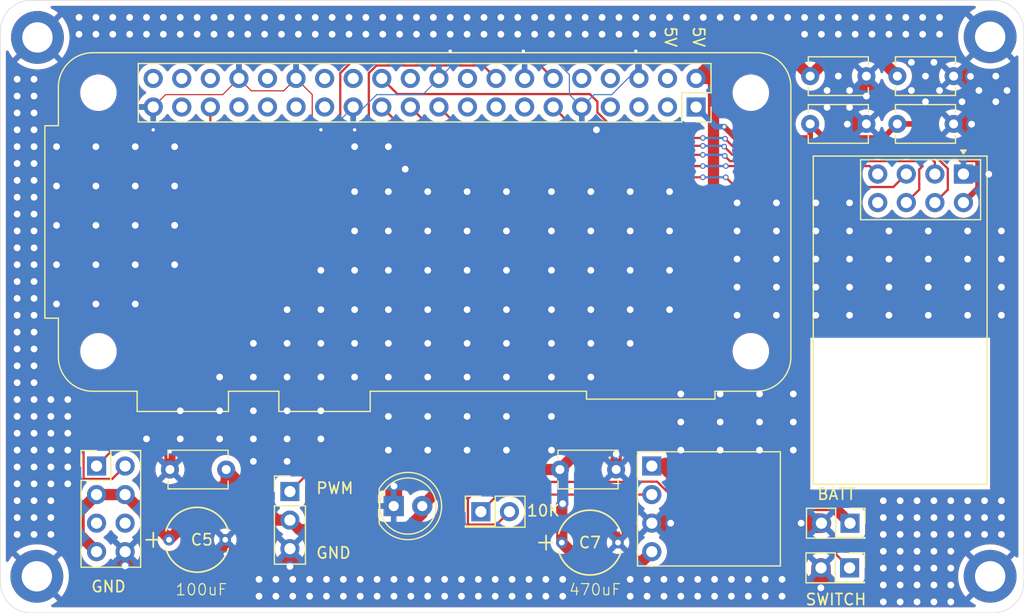
<source format=kicad_pcb>
(kicad_pcb (version 20241229) (generator "pcbnew") (generator_version "9.0")
  (layers (0 "F.Cu" signal) (2 "B.Cu" signal) (13 "F.Paste" user) (15 "B.Paste" user) (5 "F.SilkS" user "F.Silkscreen") (7 "B.SilkS" user "B.Silkscreen") (1 "F.Mask" user) (3 "B.Mask" user) (25 "Edge.Cuts" user))
  (net 0 "")
  (net 1 "GND")
  (net 2 "Net-(J1-Pin_1)")
  (net 3 "5V")
  (net 4 "GPIO23{slash}PWM1")
  (net 12 "GPIO17{slash}CE")
  (net 18 "nRF 3v3_1")
  (net 19 "SPI_CLK{slash}GPIO11")
  (net 20 "GPIO8{slash}CSN")
  (net 27 "SPI_MISO{slash}GPIO9")
  (net 29 "GPIO18{slash}PWM2")
  (net 33 "SPI_MOSI{slash}GPIO10")
  (net 34 "GPIO19{slash}PWM3")
  (net 38 "Net-(J3-SHDN)")
  (net 39 "11.1V")
  (footprint "Connector_PinHeader_2.54mm:PinHeader_2x04_P2.54mm_Vertical" (layer "F.Cu") (at 117.55825 111.41575)
    (property "Reference" "U2" (hide yes))
    (property "Value" "~")
  )
  (footprint "MountingHole:MountingHole_2.7mm_M2.5_DIN965_Pad" (layer "F.Cu") (at 112.25 121.22575)
    (property "Reference" "REF**" (hide yes))
    (property "Value" "MountingHole_2.7mm_M2.5_DIN965_Pad" (hide yes))
  )
  (footprint "Capacitor_THT:C_Disc_D5.1mm_W3.2mm_P5.00mm" (layer "F.Cu") (at 181 76.72575)
    (property "Reference" "C1" (hide yes))
    (property "Value" "0.1uF" (hide yes))
  )
  (footprint "MAL21 cap:CAP_1630101E3_VIS" (layer "F.Cu") (at 158.91675 118.22575)
    (property "Reference" "C7")
    (property "Value" "470uF")
  )
  (footprint "Capacitor_THT:C_Disc_D5.1mm_W3.2mm_P5.00mm" (layer "F.Cu") (at 188.75 80.97575)
    (property "Reference" "C3" (hide yes))
    (property "Value" "10uF" (hide yes))
  )
  (footprint "Connector_PinSocket_2.54mm:PinSocket_2x01_P2.54mm_Vertical" (layer "F.Cu") (at 184.54 116.50075)
    (property "Reference" "J1" (hide yes))
    (property "Value" "batt input" (hide yes))
  )
  (footprint "Module:Raspberry_Pi_Zero_Socketed_THT_FaceDown_MountingHoles" (layer "F.Cu") (at 170.855 79.47075 -90)
    (property "Reference" "U1" (hide yes))
    (property "Value" "RASPBERRY_PI_ZERO_2_W")
  )
  (footprint "Capacitor_THT:C_Disc_D5.1mm_W3.2mm_P5.00mm" (layer "F.Cu") (at 181 80.97575)
    (property "Reference" "C4" (hide yes))
    (property "Value" "0.1uF" (hide yes))
  )
  (footprint "Capacitor_THT:C_Disc_D5.1mm_W3.2mm_P5.00mm" (layer "F.Cu") (at 158.75 111.72575)
    (property "Reference" "C8" (hide yes))
    (property "Value" "0.1uF" (hide yes))
  )
  (footprint "LED_THT:LED_D5.0mm" (layer "F.Cu") (at 143.975 114.97575)
    (property "Reference" "D1" (hide yes))
    (property "Value" "LED")
  )
  (footprint "Capacitor_THT:C_Disc_D5.1mm_W3.2mm_P5.00mm" (layer "F.Cu") (at 188.75 76.72575)
    (property "Reference" "C2" (hide yes))
    (property "Value" "10uF" (hide yes))
  )
  (footprint "MAL21 cap:CAP_1630101E3_VIS" (layer "F.Cu") (at 124 117.97575)
    (property "Reference" "C5")
    (property "Value" "100uF")
  )
  (footprint "Capacitor_THT:C_Disc_D5.1mm_W3.2mm_P5.00mm" (layer "F.Cu") (at 124.08325 111.72575)
    (property "Reference" "C6" (hide yes))
    (property "Value" "0.1uF" (hide yes))
  )
  (footprint "MountingHole:MountingHole_2.7mm_M2.5_DIN965_Pad" (layer "F.Cu") (at 112.305456 73.281206)
    (property "Reference" "REF**" (hide yes))
    (property "Value" "MountingHole_2.7mm_M2.5_DIN965_Pad" (hide yes))
  )
  (footprint "MountingHole:MountingHole_2.7mm_M2.5_DIN965_Pad" (layer "F.Cu") (at 197 121.22575)
    (property "Reference" "REF**" (hide yes))
    (property "Value" "MountingHole_2.7mm_M2.5_DIN965_Pad" (hide yes))
  )
  (footprint "Connector_PinHeader_2.54mm:PinHeader_2x01_P2.54mm_Vertical" (layer "F.Cu") (at 151.725 115.47575)
    (property "Reference" "R1" (hide yes))
    (property "Value" "10k")
  )
  (footprint "Connector_PinHeader_2.54mm:PinHeader_1x03_P2.54mm_Vertical" (layer "F.Cu") (at 134.75 113.68575)
    (property "Reference" "M1" (hide yes))
    (property "Value" "Motor_Servo" (hide yes))
  )
  (footprint "MountingHole:MountingHole_2.7mm_M2.5_DIN965_Pad" (layer "F.Cu") (at 197 73.22575)
    (property "Reference" "REF**" (hide yes))
    (property "Value" "MountingHole_2.7mm_M2.5_DIN965_Pad" (hide yes))
  )
  (footprint "Connector_PinSocket_2.54mm:PinSocket_2x01_P2.54mm_Vertical" (layer "F.Cu") (at 184.5 120.47575)
    (property "Reference" "J2" (hide yes))
    (property "Value" "rockerswitch" (hide yes))
  )
  (footprint "RF_Module:nRF24L01_Breakout" (layer "F.Cu") (at 194.625 85.43625 -90)
    (property "Reference" "U4" (hide yes))
    (property "Value" "NRF24L01_Breakout")
  )
  (footprint "Converter_DCDC:Converter_DCDC_Pololu_D24V5Fx_Horizontal (1)" (layer "F.Cu") (at 166.92 111.41575)
    (property "Reference" "J3" (hide yes))
    (property "Value" "Pololu_D24V5F5" (hide yes))
  )
  (gr_arc (start 109 72.72575) (mid 109.805456 70.781206) (end 111.75 69.97575) (stroke (width 0.05)) (layer "Edge.Cuts"))
  (gr_arc (start 197.25 69.97575) (mid 199.194544 70.781206) (end 200 72.72575) (stroke (width 0.05)) (layer "Edge.Cuts"))
  (gr_line (start 109 121.72575) (end 109 72.72575) (stroke (width 0.05)) (layer "Edge.Cuts"))
  (gr_arc (start 111.75 124.47575) (mid 109.805456 123.670294) (end 109 121.72575) (stroke (width 0.05)) (layer "Edge.Cuts"))
  (gr_line (start 197.25 124.47575) (end 111.75 124.47575) (stroke (width 0.05)) (layer "Edge.Cuts"))
  (gr_line (start 111.75 69.97575) (end 197.25 69.97575) (stroke (width 0.05)) (layer "Edge.Cuts"))
  (gr_arc (start 200 121.72575) (mid 199.194544 123.670294) (end 197.25 124.47575) (stroke (width 0.05)) (layer "Edge.Cuts"))
  (gr_line (start 200 72.72575) (end 200 121.72575) (stroke (width 0.05)) (layer "Edge.Cuts"))
  (gr_text "5V" (at 170.5 72.22575 270) (layer "F.SilkS") (effects (font (size 1 1)) (justify left bottom)))
  (gr_text "GND" (at 117 122.72575 0) (layer "F.SilkS") (effects (font (size 1 1)) (justify left bottom)))
  (gr_text "PWM" (at 137 113.97575 0) (layer "F.SilkS") (effects (font (size 1 1)) (justify left bottom)))
  (gr_text "5V" (at 168 72.22575 270) (layer "F.SilkS") (effects (font (size 1 1)) (justify left bottom)))
  (gr_text "BATT" (at 181.54 114.50075 0) (layer "F.SilkS") (effects (font (size 1 1)) (justify left bottom)))
  (gr_text "SWITCH\n" (at 180.5 123.87575 0) (layer "F.SilkS") (effects (font (size 1 1)) (justify left bottom)))
  (gr_text "100uF" (at 124.5 123 0) (layer "F.SilkS") (effects (font (size 1 1) (thickness 0.1)) (justify left bottom)))
  (gr_text "470uF\n" (at 159.5 123 0) (layer "F.SilkS") (effects (font (size 1 1) (thickness 0.1)) (justify left bottom)))
  (gr_text "10K" (at 155.725 115.97575 0) (layer "F.SilkS") (effects (font (size 1 1)) (justify left bottom)))
  (gr_text "GND" (at 137 119.72575 0) (layer "F.SilkS") (effects (font (size 1 1)) (justify left bottom)))
  (segment (start 140.375 79.47075) (end 140.375 81.375) (width 0.1) (layer "F.Cu") (net 1))
  (segment (start 182 116.50075) (end 180.20075 116.50075) (width 1.75) (layer "F.Cu") (net 1))
  (segment (start 196.449 121.77675) (end 197 121.22575) (width 0.5) (layer "F.Cu") (net 1))
  (segment (start 134.194 78.03175) (end 135.295 76.93075) (width 0.1) (layer "F.Cu") (net 1))
  (segment (start 135.295 76.93075) (end 136.734 78.36975) (width 0.1) (layer "F.Cu") (net 1))
  (segment (start 181.96 120.47575) (end 181.96 122.24) (width 1.75) (layer "F.Cu") (net 1))
  (segment (start 193.75 80.97575) (end 195.32575 80.97575) (width 1.5) (layer "F.Cu") (net 1))
  (segment (start 194.625 85.43625) (end 194.625 85.342114) (width 0.5) (layer "F.Cu") (net 1))
  (segment (start 143.975 114.97575) (end 143.975 113.225) (width 1.5) (layer "F.Cu") (net 1))
  (segment (start 122.595 79.47075) (end 123.696 78.36975) (width 0.1) (layer "F.Cu") (net 1))
  (segment (start 130.215 76.93075) (end 131.316 78.03175) (width 0.1) (layer "F.Cu") (net 1))
  (segment (start 129 117.97575) (end 129 119.25) (width 1) (layer "F.Cu") (net 1))
  (segment (start 120.09825 120.29825) (end 120.1 120.3) (width 1.5) (layer "F.Cu") (net 1))
  (segment (start 112.305456 121.170294) (end 112.25 121.22575) (width 0.5) (layer "F.Cu") (net 1))
  (segment (start 163.91675 117.13325) (end 163.95 117.1) (width 1) (layer "F.Cu") (net 1))
  (segment (start 195.22575 76.72575) (end 195.25 76.75) (width 1.5) (layer "F.Cu") (net 1))
  (segment (start 180.20075 116.50075) (end 180.2 116.5) (width 1.75) (layer "F.Cu") (net 1))
  (segment (start 186 80.97575) (end 184.32425 80.97575) (width 1.5) (layer "F.Cu") (net 1))
  (segment (start 124.08325 110.16675) (end 124.1 110.15) (width 1) (layer "F.Cu") (net 1))
  (segment (start 122.595 81.5) (end 122.595 79.47075) (width 0.1) (layer "F.Cu") (net 1))
  (segment (start 166.92 116.49575) (end 168.59575 116.49575) (width 1.5) (layer "F.Cu") (net 1))
  (segment (start 165.5 76.65575) (end 165.5 74.5) (width 0.1) (layer "F.Cu") (net 1))
  (segment (start 195.32575 80.97575) (end 195.35 81) (width 1.5) (layer "F.Cu") (net 1))
  (segment (start 123.696 78.36975) (end 128.776 78.36975) (width 0.1) (layer "F.Cu") (net 1))
  (segment (start 128.776 78.36975) (end 130.215 76.93075) (width 0.1) (layer "F.Cu") (net 1))
  (segment (start 143.975 113.225) (end 144 113.2) (width 1) (layer "F.Cu") (net 1))
  (segment (start 184.32425 80.97575) (end 184.3 81) (width 1.5) (layer "F.Cu") (net 1))
  (segment (start 136.734 80.734) (end 137.5 81.5) (width 0.1) (layer "F.Cu") (net 1))
  (segment (start 120.09825 119.03575) (end 120.09825 120.29825) (width 1.5) (layer "F.Cu") (net 1))
  (segment (start 131.316 78.03175) (end 134.194 78.03175) (width 0.1) (layer "F.Cu") (net 1))
  (segment (start 129 117.97575) (end 128.75 117.97575) (width 0.5) (layer "F.Cu") (net 1))
  (segment (start 163.75 111.72575) (end 163.75 110.35) (width 1) (layer "F.Cu") (net 1))
  (segment (start 134.75 118.76575) (end 134.75 120.35) (width 1.5) (layer "F.Cu") (net 1))
  (segment (start 124.08325 111.72575) (end 124.08325 110.16675) (width 1) (layer "F.Cu") (net 1))
  (segment (start 181.96 122.24) (end 181.95 122.25) (width 1.75) (layer "F.Cu") (net 1))
  (segment (start 193.75 76.72575) (end 195.22575 76.72575) (width 1.5) (layer "F.Cu") (net 1))
  (segment (start 136.734 78.36975) (end 136.734 80.734) (width 0.1) (layer "F.Cu") (net 1))
  (segment (start 193.75 76.72575) (end 193.75 76.47575) (width 0.5) (layer "F.Cu") (net 1))
  (segment (start 168.59575 116.49575) (end 168.6 116.5) (width 1.5) (layer "F.Cu") (net 1))
  (segment (start 165.775 76.93075) (end 165.5 76.65575) (width 0.1) (layer "F.Cu") (net 1))
  (segment (start 186 76.72575) (end 186 78.5) (width 1.5) (layer "F.Cu") (net 1))
  (segment (start 140.375 81.375) (end 140.5 81.5) (width 0.1) (layer "F.Cu") (net 1))
  (segment (start 163.91675 118.22575) (end 163.91675 117.13325) (width 1) (layer "F.Cu") (net 1))
  (via (at 190 78) (size 1) (drill 0.6) (layers "F.Cu" "B.Cu") (net 1))
  (via (at 187.5 117.5) (size 1) (drill 0.6) (layers "F.Cu" "B.Cu") (net 1))
  (via (at 126.5 71.5) (size 1) (drill 0.6) (layers "F.Cu" "B.Cu") (net 1))
  (via (at 125 71.5) (size 1) (drill 0.6) (layers "F.Cu" "B.Cu") (net 1))
  (via (at 188 71.5) (size 1) (drill 0.6) (layers "F.Cu" "B.Cu") (net 1))
  (via (at 112 110) (size 1) (drill 0.6) (layers "F.Cu" "B.Cu") (net 1))
  (via (at 110.5 77) (size 1) (drill 0.6) (layers "F.Cu" "B.Cu") (net 1))
  (via (at 110.5 105.5) (size 1) (drill 0.6) (layers "F.Cu" "B.Cu") (net 1))
  (via (at 168 121.5) (size 1) (drill 0.6) (layers "F.Cu" "B.Cu") (net 1))
  (via (at 179.5 107.5) (size 1) (drill 0.6) (layers "F.Cu" "B.Cu") (net 1))
  (via (at 147 121.5) (size 1) (drill 0.6) (layers "F.Cu" "B.Cu") (net 1))
  (via (at 138.5 73) (size 1) (drill 0.6) (layers "F.Cu" "B.Cu") (net 1))
  (via (at 178 90.5) (size 1) (drill 0.6) (layers "F.Cu" "B.Cu") (net 1))
  (via (at 135 123) (size 1) (drill 0.6) (layers "F.Cu" "B.Cu") (net 1))
  (via (at 161.5 97.5) (size 1) (drill 0.6) (layers "F.Cu" "B.Cu") (net 1))
  (via (at 197.5 76.72575) (size 1) (drill 0.6) (layers "F.Cu" "B.Cu") (net 1))
  (via (at 149 71.5) (size 1) (drill 0.6) (layers "F.Cu" "B.Cu") (net 1))
  (via (at 110.5 81.5) (size 1) (drill 0.6) (layers "F.Cu" "B.Cu") (net 1))
  (via (at 181.95 122.25) (size 1) (drill 0.6) (layers "F.Cu" "B.Cu") (net 1))
  (via (at 134.5 100.5) (size 1) (drill 0.6) (layers "F.Cu" "B.Cu") (net 1))
  (via (at 140.5 100.5) (size 1) (drill 0.6) (layers "F.Cu" "B.Cu") (net 1))
  (via (at 191.5 98) (size 1) (drill 0.6) (layers "F.Cu" "B.Cu") (net 1))
  (via (at 185 73) (size 1) (drill 0.6) (layers "F.Cu" "B.Cu") (net 1))
  (via (at 173 71.5) (size 1) (drill 0.6) (layers "F.Cu" "B.Cu") (net 1))
  (via (at 113.5 113) (size 1) (drill 0.6) (layers "F.Cu" "B.Cu") (net 1))
  (via (at 187.5 122) (size 1) (drill 0.6) (layers "F.Cu" "B.Cu") (net 1))
  (via (at 112 93.5) (size 1) (drill 0.6) (layers "F.Cu" "B.Cu") (net 1))
  (via (at 164 73) (size 1) (drill 0.6) (layers "F.Cu" "B.Cu") (net 1))
  (via (at 121 93.5) (size 1) (drill 0.6) (layers "F.Cu" "B.Cu") (net 1))
  (via (at 154 110) (size 1) (drill 0.6) (layers "F.Cu" "B.Cu") (net 1))
  (via (at 171.5 71.5) (size 1) (drill 0.6) (layers "F.Cu" "B.Cu") (net 1))
  (via (at 147.5 73) (size 1) (drill 0.6) (layers "F.Cu" "B.Cu") (net 1))
  (via (at 140.5 83) (size 1) (drill 0.6) (layers "F.Cu" "B.Cu") (net 1))
  (via (at 112 99.5) (size 1) (drill 0.6) (layers "F.Cu" "B.Cu") (net 1))
  (via (at 195 90.5) (size 1) (drill 0.6) (layers "F.Cu" "B.Cu") (net 1))
  (via (at 189.5 73) (size 1) (drill 0.6) (layers "F.Cu" "B.Cu") (net 1))
  (via (at 146 71.5) (size 1) (drill 0.6) (layers "F.Cu" "B.Cu") (net 1))
  (via (at 189 117.5) (size 1) (drill 0.6) (layers "F.Cu" "B.Cu") (net 1))
  (via (at 115 105.5) (size 1) (drill 0.6) (layers "F.Cu" "B.Cu") (net 1))
  (via (at 154 90.5) (size 1) (drill 0.6) (layers "F.Cu" "B.Cu") (net 1))
  (via (at 198 114.5) (size 1) (drill 0.6) (layers "F.Cu" "B.Cu") (net 1))
  (via (at 165 90.5) (size 1) (drill 0.6) (layers "F.Cu" "B.Cu") (net 1))
  (via (at 161.5 94) (size 1) (drill 0.6) (layers "F.Cu" "B.Cu") (net 1))
  (via (at 180.2 116.5) (size 1) (drill 0.6) (layers "F.Cu" "B.Cu") (net 1))
  (via (at 134 71.5) (size 1) (drill 0.6) (layers "F.Cu" "B.Cu") (net 1))
  (via (at 128.5 106.5) (size 1) (drill 0.6) (layers "F.Cu" "B.Cu") (net 1))
  (via (at 165 100.5) (size 1) (drill 0.6) (layers "F.Cu" "B.Cu") (net 1))
  (via (at 147 110) (size 1) (drill 0.6) (layers "F.Cu" "B.Cu") (net 1))
  (via (at 174.5 93) (size 1) (drill 0.6) (layers "F.Cu" "B.Cu") (net 1))
  (via (at 176 71.5) (size 1) (drill 0.6) (layers "F.Cu" "B.Cu") (net 1))
  (via (at 110.5 111.5) (size 1) (drill 0.6) (layers "F.Cu" "B.Cu") (net 1))
  (via (at 122 73) (size 1) (drill 0.6) (layers "F.Cu" "B.Cu") (net 1))
  (via (at 155.5 74.5) (size 0.6) (drill 0.3) (layers "F.Cu" "B.Cu") (net 1))
  (via (at 147 90.5) (size 1) (drill 0.6) (layers "F.Cu" "B.Cu") (net 1))
  (via (at 136.5 123) (size 1) (drill 0.6) (layers "F.Cu" "B.Cu") (net 1))
  (via (at 174.5 95.5) (size 1) (drill 0.6) (layers "F.Cu" "B.Cu") (net 1))
  (via (at 183.5 73) (size 1) (drill 0.6) (layers "F.Cu" "B.Cu") (net 1))
  (via (at 158 87) (size 1) (drill 0.6) (layers "F.Cu" "B.Cu") (net 1))
  (via (at 181.5 95.5) (size 1) (drill 0.6) (layers "F.Cu" "B.Cu") (net 1))
  (via (at 194.5 79) (size 1) (drill 0.6) (layers "F.Cu" "B.Cu") (net 1))
  (via (at 117.5 90) (size 1) (drill 0.6) (layers "F.Cu" "B.Cu") (net 1))
  (via (at 161.5 100.5) (size 1) (drill 0.6) (layers "F.Cu" "B.Cu") (net 1))
  (via (at 179 71.5) (size 1) (drill 0.6) (layers "F.Cu" "B.Cu") (net 1))
  (via (at 192 116) (size 1) (drill 0.6) (layers "F.Cu" "B.Cu") (net 1))
  (via (at 198 90.5) (size 1) (drill 0.6) (layers "F.Cu" "B.Cu") (net 1))
  (via (at 112 77) (size 1) (drill 0.6) (layers "F.Cu" "B.Cu") (net 1))
  (via (at 112 114.5) (size 1) (drill 0.6) (layers "F.Cu" "B.Cu") (net 1))
  (via (at 151.5 121.5) (size 1) (drill 0.6) (layers "F.Cu" "B.Cu") (net 1))
  (via (at 110.5 95) (size 1) (drill 0.6) (layers "F.Cu" "B.Cu") (net 1))
  (via (at 112 104) (size 1) (drill 0.6) (layers "F.Cu" "B.Cu") (net 1))
  (via (at 196.5 116) (size 1) (drill 0.6) (layers "F.Cu" "B.Cu") (net 1))
  (via (at 121 90) (size 1) (drill 0.6) (layers "F.Cu" "B.Cu") (net 1))
  (via (at 165 94) (size 1) (drill 0.6) (layers "F.Cu" "B.Cu") (net 1))
  (via (at 169.5 110) (size 1) (drill 0.6) (layers "F.Cu" "B.Cu") (net 1))
  (via (at 150 121.5) (size 1) (drill 0.6) (layers "F.Cu" "B.Cu") (net 1))
  (via (at 112 111.5) (size 1) (drill 0.6) (layers "F.Cu" "B.Cu") (net 1))
  (via (at 114 83) (size 1) (drill 0.6) (layers "F.Cu" "B.Cu") (net 1))
  (via (at 137.5 97.5) (size 1) (drill 0.6) (layers "F.Cu" "B.Cu") (net 1))
  (via (at 122.595 81.5) (size 0.6) (drill 0.3) (layers "F.Cu" "B.Cu") (net 1))
  (via (at 167 73) (size 1) (drill 0.6) (layers "F.Cu" "B.Cu") (net 1))
  (via (at 154 100.5) (size 1) (drill 0.6) (layers "F.Cu" "B.Cu") (net 1))
  (via (at 112 107) (size 1) (drill 0.6) (layers "F.Cu" "B.Cu") (net 1))
  (via (at 158 73) (size 1) (drill 0.6) (layers "F.Cu" "B.Cu") (net 1))
  (via (at 129 119.25) (size 0.6) (drill 0.3) (layers "F.Cu" "B.Cu") (net 1))
  (via (at 148.5 123) (size 1) (drill 0.6) (layers "F.Cu" "B.Cu") (net 1))
  (via (at 120.5 73) (size 1) (drill 0.6) (layers "F.Cu" "B.Cu") (net 1))
  (via (at 189 120.5) (size 1) (drill 0.6) (layers "F.Cu" "B.Cu") (net 1))
  (via (at 129.5 71.5) (size 1) (drill 0.6) (layers "F.Cu" "B.Cu") (net 1))
  (via (at 132.5 73) (size 1) (drill 0.6) (layers "F.Cu" "B.Cu") (net 1))
  (via (at 146 73) (size 1) (drill 0.6) (layers "F.Cu" "B.Cu") (net 1))
  (via (at 115 110) (size 1) (drill 0.6) (layers "F.Cu" "B.Cu") (net 1))
  (via (at 122 71.5) (size 1) (drill 0.6) (layers "F.Cu" "B.Cu") (net 1))
  (via (at 144.5 71.5) (size 1) (drill 0.6) (layers "F.Cu" "B.Cu") (net 1))
  (via (at 168.5 94) (size 1) (drill 0.6) (layers "F.Cu" "B.Cu") (net 1))
  (via (at 113.5 108.5) (size 1) (drill 0.6) (layers "F.Cu" "B.Cu") (net 1))
  (via (at 139.5 121.5) (size 1) (drill 0.6) (layers "F.Cu" "B.Cu") (net 1))
  (via (at 192 122) (size 1) (drill 0.6) (layers "F.Cu" "B.Cu") (net 1))
  (via (at 112 89) (size 1) (drill 0.6) (layers "F.Cu" "B.Cu") (net 1))
  (via (at 198 93) (size 1) (drill 0.6) (layers "F.Cu" "B.Cu") (net 1))
  (via (at 143 71.5) (size 1) (drill 0.6) (layers "F.Cu" "B.Cu") (net 1))
  (via (at 110.5 117.5) (size 1) (drill 0.6) (layers "F.Cu" "B.Cu") (net 1))
  (via (at 131.5 111) (size 1) (drill 0.6) (layers "F.Cu" "B.Cu") (net 1))
  (via (at 112 80) (size 1) (drill 0.6) (layers "F.Cu" "B.Cu") (net 1))
  (via (at 179.5 105) (size 1) (drill 0.6) (layers "F.Cu" "B.Cu") (net 1))
  (via (at 154 94) (size 1) (drill 0.6) (layers "F.Cu" "B.Cu") (net 1))
  (via (at 165.5 74.5) (size 0.6) (drill 0.3) (layers "F.Cu" "B.Cu") (net 1))
  (via (at 182.5 79.5) (size 1) (drill 0.6) (layers "F.Cu" "B.Cu") (net 1))
  (via (at 123.5 71.5) (size 1) (drill 0.6) (layers "F.Cu" "B.Cu") (net 1))
  (via (at 182 73) (size 1) (drill 0.6) (layers "F.Cu" "B.Cu") (net 1))
  (via (at 112 78.5) (size 1) (drill 0.6) (layers "F.Cu" "B.Cu") (net 1))
  (via (at 189 119) (size 1) (drill 0.6) (layers "F.Cu" "B.Cu") (net 1))
  (via (at 184.5 79.5) (size 1) (drill 0.6) (layers "F.Cu" "B.Cu") (net 1))
  (via (at 196.5 117.5) (size 1) (drill 0.6) (layers "F.Cu" "B.Cu") (net 1))
  (via (at 174.5 71.5) (size 1) (drill 0.6) (layers "F.Cu" "B.Cu") (net 1))
  (via (at 158 97.5) (size 1) (drill 0.6) (layers "F.Cu" "B.Cu") (net 1))
  (via (at 121 83) (size 1) (drill 0.6) (layers "F.Cu" "B.Cu") (net 1))
  (via (at 162.5 73) (size 1) (drill 0.6) (layers "F.Cu" "B.Cu") (net 1))
  (via (at 161.5 87) (size 1) (drill 0.6) (layers "F.Cu" "B.Cu") (net 1))
  (via (at 181.5 93) (size 1) (drill 0.6) (layers "F.Cu" "B.Cu") (net 1))
  (via (at 189 114.5) (size 1) (drill 0.6) (layers "F.Cu" "B.Cu") (net 1))
  (via (at 191 71.5) (size 1) (drill 0.6) (layers "F.Cu" "B.Cu") (net 1))
  (via (at 157.5 123) (size 1) (drill 0.6) (layers "F.Cu" "B.Cu") (net 1))
  (via (at 148.5 121.5) (size 1) (drill 0.6) (layers "F.Cu" "B.Cu") (net 1))
  (via (at 113.5 107) (size 1) (drill 0.6) (layers "F.Cu" "B.Cu") (net 1))
  (via (at 110.5 107) (size 1) (drill 0.6) (layers "F.Cu" "B.Cu") (net 1))
  (via (at 137.5 100.5) (size 1) (drill 0.6) (layers "F.Cu" "B.Cu") (net 1))
  (via (at 110.5 83) (size 1) (drill 0.6) (layers "F.Cu" "B.Cu") (net 1))
  (via (at 163.95 117.1) (size 0.6) (drill 0.3) (layers "F.Cu" "B.Cu") (net 1))
  (via (at 110.5 87.5) (size 1) (drill 0.6) (layers "F.Cu" "B.Cu") (net 1))
  (via (at 120.5 71.5) (size 1) (drill 0.6) (layers "F.Cu" "B.Cu") (net 1))
  (via (at 140 71.5) (size 1) (drill 0.6) (layers "F.Cu" "B.Cu") (net 1))
  (via (at 147 94) (size 1) (drill 0.6) (layers "F.Cu" "B.Cu") (net 1))
  (via (at 165.5 73) (size 1) (drill 0.6) (layers "F.Cu" "B.Cu") (net 1))
  (via (at 176.5 107.5) (size 1) (drill 0.6) (layers "F.Cu" "B.Cu") (net 1))
  (via (at 167 71.5) (size 1) (drill 0.6) (layers "F.Cu" "B.Cu") (net 1))
  (via (at 171 121.5) (size 1) (drill 0.6) (layers "F.Cu" "B.Cu") (net 1))
  (via (at 121 97) (size 1) (drill 0.6) (layers "F.Cu" "B.Cu") (net 1))
  (via (at 117.5 93.5) (size 1) (drill 0.6) (layers "F.Cu" "B.Cu") (net 1))
  (via (at 149 74.5) (size 0.6) (drill 0.3) (layers "F.Cu" "B.Cu") (net 1))
  (via (at 192.5 78) (size 1) (drill 0.6) (layers "F.Cu" "B.Cu") (net 1))
  (via (at 184.5 78) (size 1) (drill 0.6) (layers "F.Cu" "B.Cu") (net 1))
  (via (at 193.5 119) (size 1) (drill 0.6) (layers "F.Cu" "B.Cu") (net 1))
  (via (at 153.5 73) (size 1) (drill 0.6) (layers "F.Cu" "B.Cu") (net 1))
  (via (at 110.5 104) (size 1) (drill 0.6) (layers "F.Cu" "B.Cu") (net 1))
  (via (at 182.5 78) (size 1) (drill 0.6) (layers "F.Cu" "B.Cu") (net 1))
  (via (at 150.5 97.5) (size 1) (drill 0.6) (layers "F.Cu" "B.Cu") (net 1))
  (via (at 185 71.5) (size 1) (drill 0.6) (layers "F.Cu" "B.Cu") (net 1))
  (via (at 190.5 122) (size 1) (drill 0.6) (layers "F.Cu" "B.Cu") (net 1))
  (via (at 139.5 123) (size 1) (drill 0.6) (layers "F.Cu" "B.Cu") (net 1))
  (via (at 179.5 110) (size 1) (drill 0.6) (layers "F.Cu" "B.Cu") (net 1))
  (via (at 195 95.5) (size 1) (drill 0.6) (layers "F.Cu" "B.Cu") (net 1))
  (via (at 147 107) (size 1) (drill 0.6) (layers "F.Cu" "B.Cu") (net 1))
  (via (at 134.5 97.5) (size 1) (drill 0.6) (layers "F.Cu" "B.Cu") (net 1))
  (via (at 152 73) (size 1) (drill 0.6) (layers "F.Cu" "B.Cu") (net 1))
  (via (at 116 71.5) (size 1) (drill 0.6) (layers "F.Cu" "B.Cu") (net 1))
  (via (at 193.5 123.5) (size 1) (drill 0.6) (layers "F.Cu" "B.Cu") (net 1))
  (via (at 141.5 71.5) (size 1) (drill 0.6) (layers "F.Cu" "B.Cu") (net 1))
  (via (at 143.5 94) (size 1) (drill 0.6) (layers "F.Cu" "B.Cu") (net 1))
  (via (at 140.5 87) (size 1) (drill 0.6) (layers "F.Cu" "B.Cu") (net 1))
  (via (at 158 94) (size 1) (drill 0.6) (layers "F.Cu" "B.Cu") (net 1))
  (via (at 150.5 107) (size 1) (drill 0.6) (layers "F.Cu" "B.Cu") (net 1))
  (via (at 138.5 71.5) (size 1) (drill 0.6) (layers "F.Cu" "B.Cu") (net 1))
  (via (at 178.5 121.5) (size 1) (drill 0.6) (layers "F.Cu" "B.Cu") (net 1))
  (via (at 195 117.5) (size 1) (drill 0.6) (layers "F.Cu" "B.Cu") (net 1))
  (via (at 188 95.5) (size 1) (drill 0.6) (layers "F.Cu" "B.Cu") (net 1))
  (via (at 143.5 100.5) (size 1) (drill 0.6) (layers "F.Cu" "B.Cu") (net 1))
  (via (at 190.5 116) (size 1) (drill 0.6) (layers "F.Cu" "B.Cu") (net 1))
  (via (at 191.25 76.72575) (size 1) (drill 0.6) (layers "F.Cu" "B.Cu") (net 1))
  (via (at 184.5 98) (size 1) (drill 0.6) (layers "F.Cu" "B.Cu") (net 1))
  (via (at 113.5 110) (size 1) (drill 0.6) (layers "F.Cu" "B.Cu") (net 1))
  (via (at 193.5 122) (size 1) (drill 0.6) (layers "F.Cu" "B.Cu") (net 1))
  (via (at 143 73) (size 1) (drill 0.6) (layers "F.Cu" "B.Cu") (net 1))
  (via (at 140.5 97.5) (size 1) (drill 0.6) (layers "F.Cu" "B.Cu") (net 1))
  (via (at 145 85) (size 1) (drill 0.6) (layers "F.Cu" "B.Cu") (net 1))
  (via (at 161 71.5) (size 1) (drill 0.6) (layers "F.Cu" "B.Cu") (net 1))
  (via (at 165 123) (size 1) (drill 0.6) (layers "F.Cu" "B.Cu") (net 1))
  (via (at 192 117.5) (size 1) (drill 0.6) (layers "F.Cu" "B.Cu") (net 1))
  (via (at 110.5 113) (size 1) (drill 0.6) (layers "F.Cu" "B.Cu") (net 1))
  (via (at 128 71.5) (size 1) (drill 0.6) (layers "F.Cu" "B.Cu") (net 1))
  (via (at 137.5 94) (size 1) (drill 0.6) (layers "F.Cu" "B.Cu") (net 1))
  (via (at 193.5 116) (size 1) (drill 0.6) (layers "F.Cu" "B.Cu") (net 1))
  (via (at 117.5 71.5) (size 1) (drill 0.6) (layers "F.Cu" "B.Cu") (net 1))
  (via (at 143.5 97.5) (size 1) (drill 0.6) (layers "F.Cu" "B.Cu") (net 1))
  (via (at 112 95) (size 1) (drill 0.6) (layers "F.Cu" "B.Cu") (net 1))
  (via (at 112 105.5) (size 1) (drill 0.6) (layers "F.Cu" "B.Cu") (net 1))
  (via (at 189 122) (size 1) (drill 0.6) (layers "F.Cu" "B.Cu") (net 1))
  (via (at 133.5 121.5) (size 1) (drill 0.6) (layers "F.Cu" "B.Cu") (net 1))
  (via (at 187.5 120.5) (size 1) (drill 0.6) (layers "F.Cu" "B.Cu") (net 1))
  (via (at 113.5 116) (size 1) (drill 0.6) (layers "F.Cu" "B.Cu") (net 1))
  (via (at 112 102.5) (size 1) (drill 0.6) (layers "F.Cu" "B.Cu") (net 1))
  (via (at 134.75 120.35) (size 1) (drill 0.6) (layers "F.Cu" "B.Cu") (net 1))
  (via (at 158 90.5) (size 1) (drill 0.6) (layers "F.Cu" "B.Cu") (net 1))
  (via (at 114 90) (size 1) (drill 0.6) (layers "F.Cu" "B.Cu") (net 1))
  (via (at 183.5 76.72575) (size 1) (drill 0.6) (layers "F.Cu" "B.Cu") (net 1))
  (via (at 169.5 121.5) (size 1) (drill 0.6) (layers "F.Cu" "B.Cu") (net 1))
  (via (at 150 123) (size 1) (drill 0.6) (layers "F.Cu" "B.Cu") (net 1))
  (via (at 190.5 117.5) (size 1) (drill 0.6) (layers "F.Cu" "B.Cu") (net 1))
  (via (at 112 116) (size 1) (drill 0.6) (layers "F.Cu" "B.Cu") (net 1))
  (via (at 165.5 71.5) (size 1) (drill 0.6) (layers "F.Cu" "B.Cu") (net 1))
  (via (at 161.5 103.5) (size 1) (drill 0.6) (layers "F.Cu" "B.Cu") (net 1))
  (via (at 114 93.5) (size 1) (drill 0.6) (layers "F.Cu" "B.Cu") (net 1))
  (via (at 150.5 94) (size 1) (drill 0.6) (layers "F.Cu" "B.Cu") (net 1))
  (via (at 173 105) (size 1) (drill 0.6) (layers "F.Cu" "B.Cu") (net 1))
  (via (at 198 98) (size 1) (drill 0.6) (layers "F.Cu" "B.Cu") (net 1))
  (via (at 155 71.5) (size 1) (drill 0.6) (layers "F.Cu" "B.Cu") (net 1))
  (via (at 174.5 98) (size 1) (drill 0.6) (layers "F.Cu" "B.Cu") (net 1))
  (via (at 113.5 111.5) (size 1) (drill 0.6) (layers "F.Cu" "B.Cu") (net 1))
  (via (at 145.5 123) (size 1) (drill 0.6) (layers "F.Cu" "B.Cu") (net 1))
  (via (at 147 100.5) (size 1) (drill 0.6) (layers "F.Cu" "B.Cu") (net 1))
  (via (at 124.5 93.5) (size 1) (drill 0.6) (layers "F.Cu" "B.Cu") (net 1))
  (via (at 110.5 78.5) (size 1) (drill 0.6) (layers "F.Cu" "B.Cu") (net 1))
  (via (at 177 123) (size 1) (drill 0.6) (layers "F.Cu" "B.Cu") (net 1))
  (via (at 186.5 71.5) (size 1) (drill 0.6) (layers "F.Cu" "B.Cu") (net 1))
  (via (at 119 73) (size 1) (drill 0.6) (layers "F.Cu" "B.Cu") (net 1))
  (via (at 116 73) (size 1) (drill 0.6) (layers "F.Cu" "B.Cu") (net 1))
  (via (at 154.5 121.5) (size 1) (drill 0.6) (layers "F.Cu" "B.Cu") (net 1))
  (via (at 110.5 101) (size 1) (drill 0.6) (layers "F.Cu" "B.Cu") (net 1))
  (via (at 150.5 71.5) (size 1) (drill 0.6) (layers "F.Cu" "B.Cu") (net 1))
  (via (at 192 119) (size 1) (drill 0.6) (layers "F.Cu" "B.Cu") (net 1))
  (via (at 152 71.5) (size 1) (drill 0.6) (layers "F.Cu" "B.Cu") (net 1))
  (via (at 168.5 97.5) (size 1) (drill 0.6) (layers "F.Cu" "B.Cu") (net 1))
  (via (at 119 71.5) (size 1) (drill 0.6) (layers "F.Cu" "B.Cu") (net 1))
  (via (at 178 98) (size 1) (drill 0.6) (layers "F.Cu" "B.Cu") (net 1))
  (via (at 110.5 108.5) (size 1) (drill 0.6) (layers "F.Cu" "B.Cu") (net 1))
  (via (at 196.5 114.5) (size 1) (drill 0.6) (layers "F.Cu" "B.Cu") (net 1))
  (via (at 141 121.5) (size 1) (drill 0.6) (layers "F.Cu" "B.Cu") (net 1))
  (via (at 110.5 86) (size 1) (drill 0.6) (layers "F.Cu" "B.Cu") (net 1))
  (via (at 177.5 71.5) (size 1) (drill 0.6) (layers "F.Cu" "B.Cu") (net 1))
  (via (at 135.5 73) (size 1) (drill 0.6) (layers "F.Cu" "B.Cu") (net 1))
  (via (at 150.5 87) (size 1) (drill 0.6) (layers "F.Cu" "B.Cu") (net 1))
  (via (at 112 90.5) (size 1) (drill 0.6) (layers "F.Cu" "B.Cu") (net 1))
  (via (at 140.5 90.5) (size 1) (drill 0.6) (layers "F.Cu" "B.Cu") (net 1))
  (via (at 195 114.5) (size 1) (drill 0.6) (layers "F.Cu" "B.Cu") (net 1))
  (via (at 110.5 102.5) (size 1) (drill 0.6) (layers "F.Cu" "B.Cu") (net 1))
  (via (at 147 87) (size 1) (drill 0.6) (layers "F.Cu" "B.Cu") (net 1))
  (via (at 142.5 121.5) (size 1) (drill 0.6) (layers "F.Cu" "B.Cu") (net 1))
  (via (at 192.5 73) (size 1) (drill 0.6) (layers "F.Cu" "B.Cu") (net 1))
  (via (at 110.5 92) (size 1) (drill 0.6) (layers "F.Cu" "B.Cu") (net 1))
  (via (at 147 97.5) (size 1) (drill 0.6) (layers "F.Cu" "B.Cu") (net 1))
  (via (at 154.5 123) (size 1) (drill 0.6) (layers "F.Cu" "B.Cu") (net 1))
  (via (at 150.5 73) (size 1) (drill 0.6) (layers "F.Cu" "B.Cu") (net 1))
  (via (at 124.5 83) (size 1) (drill 0.6) (layers "F.Cu" "B.Cu") (net 1))
  (via (at 158 100.5) (size 1) (drill 0.6) (layers "F.Cu" "B.Cu") (net 1))
  (via (at 121 86.5) (size 1) (drill 0.6) (layers "F.Cu" "B.Cu") (net 1))
  (via (at 112 86) (size 1) (drill 0.6) (layers "F.Cu" "B.Cu") (net 1))
  (via (at 113.5 117.5) (size 1) (drill 0.6) (layers "F.Cu" "B.Cu") (net 1))
  (via (at 174.5 90.5) (size 1) (drill 0.6) (layers "F.Cu" "B.Cu") (net 1))
  (via (at 136.5 121.5) (size 1) (drill 0.6) (layers "F.Cu" "B.Cu") (net 1))
  (via (at 186 78.5) (size 1) (drill 0.6) (layers "F.Cu" "B.Cu") (net 1))
  (via (at 120.1 120.3) (size 1) (drill 0.6) (layers "F.Cu" "B.Cu") (net 1))
  (via (at 113.5 114.5) (size 1) (drill 0.6) (layers "F.Cu" "B.Cu") (net 1))
  (via (at 110.5 93.5) (size 1) (drill 0.6) (layers "F.Cu" "B.Cu") (net 1))
  (via (at 157.5 121.5) (size 1) (drill 0.6) (layers "F.Cu" "B.Cu") (net 1))
  (via (at 168 123) (size 1) (drill 0.6) (layers "F.Cu" "B.Cu") (net 1))
  (via (at 124.5 90) (size 1) (drill 0.6) (layers "F.Cu" "B.Cu") (net 1))
  (via (at 190.5 114.5) (size 1) (drill 0.6) (layers "F.Cu" "B.Cu") (net 1))
  (via (at 143.5 107) (size 1) (drill 0.6) (layers "F.Cu" "B.Cu") (net 1))
  (via (at 114 86.5) (size 1) (drill 0.6) (layers "F.Cu" "B.Cu") (net 1))
  (via (at 110.5 80) (size 1) (drill 0.6) (layers "F.Cu" "B.Cu") (net 1))
  (via (at 198 116) (size 1) (drill 0.6) (layers "F.Cu" "B.Cu") (net 1))
  (via (at 168.5 87) (size 1) (drill 0.6) (layers "F.Cu" "B.Cu") (net 1))
  (via (at 174.5 88) (size 1) (drill 0.6) (layers "F.Cu" "B.Cu") (net 1))
  (via (at 150.5 100.5) (size 1) (drill 0.6) (layers "F.Cu" "B.Cu") (net 1))
  (via (at 158 103.5) (size 1) (drill 0.6) (layers "F.Cu" "B.Cu") (net 1))
  (via (at 165 121.5) (size 1) (drill 0.6) (layers "F.Cu" "B.Cu") (net 1))
  (via (at 153.5 71.5) (size 1) (drill 0.6) (layers "F.Cu" "B.Cu") (net 1))
  (via (at 166.5 123) (size 1) (drill 0.6) (layers "F.Cu" "B.Cu") (net 1))
  (via (at 122 109) (size 1) (drill 0.6) (layers "F.Cu" "B.Cu") (net 1))
  (via (at 190.5 120.5) (size 1) (drill 0.6) (layers "F.Cu" "B.Cu") (net 1))
  (via (at 149 73) (size 1) (drill 0.6) (layers "F.Cu" "B.Cu") (net 1))
  (via (at 173 110) (size 1) (drill 0.6) (layers "F.Cu" "B.Cu") (net 1))
  (via (at 131.5 106.5) (size 1) (drill 0.6) (layers "F.Cu" "B.Cu") (net 1))
  (via (at 124.1 110.15) (size 0.6) (drill 0.3) (layers "F.Cu" "B.Cu") (net 1))
  (via (at 143.5 87) (size 1) (drill 0.6) (layers "F.Cu" "B.Cu") (net 1))
  (via (at 161.5 90.5) (size 1) (drill 0.6) (layers "F.Cu" "B.Cu") (net 1))
  (via (at 191.5 93) (size 1) (drill 0.6) (layers "F.Cu" "B.Cu") (net 1))
  (via (at 135 121.5) (size 1) (drill 0.6) (layers "F.Cu" "B.Cu") (net 1))
  (via (at 168.6 116.5) (size 1) (drill 0.6) (layers "F.Cu" "B.Cu") (net 1))
  (via (at 188 93) (size 1) (drill 0.6) (layers "F.Cu" "B.Cu") (net 1))
  (via (at 143.5 83) (size 1) (drill 0.6) (layers "F.Cu" "B.Cu") (net 1))
  (via (at 147 123) (size 1) (drill 0.6) (layers "F.Cu" "B.Cu") (net 1))
  (via (at 188 90.5) (size 1) (drill 0.6) (layers "F.Cu" "B.Cu") (net 1))
  (via (at 123.5 73) (size 1) (drill 0.6) (layers "F.Cu" "B.Cu") (net 1))
  (via (at 153 123) (size 1) (drill 0.6) (layers "F.Cu" "B.Cu") (net 1))
  (via (at 159.5 73) (size 1) (drill 0.6) (layers "F.Cu" "B.Cu") (net 1))
  (via (at 173 107.5) (size 1) (drill 0.6) (layers "F.Cu" "B.Cu") (net 1))
  (via (at 195.25 76.75) (size 1) (drill 0.6) (layers "F.Cu" "B.Cu") (net 1))
  (via (at 184.3 81) (size 1) (drill 0.6) (layers "F.Cu" "B.Cu") (net 1))
  (via (at 195 93) (size 1) (drill 0.6) (layers "F.Cu" "B.Cu") (net 1))
  (via (at 110.5 96.5) (size 1) (drill 0.6) (layers "F.Cu" "B.Cu") (net 1))
  (via (at 128.5 109) (size 1) (drill 0.6) (layers "F.Cu" "B.Cu") (net 1))
  (via (at 191.25 79) (size 1) (drill 0.6) (layers "F.Cu" "B.Cu") (net 1))
  (via (at 141.5 73) (size 1) (drill 0.6) (layers "F.Cu" "B.Cu") (net 1))
  (via (at 159 121.5) (size 1) (drill 0.6) (layers "F.Cu" "B.Cu") (net 1))
  (via (at 112 108.5) (size 1) (drill 0.6) (layers "F.Cu" "B.Cu") (net 1))
  (via (at 154 107) (size 1) (drill 0.6) (layers "F.Cu" "B.Cu") (net 1))
  (via (at 134 73) (size 1) (drill 0.6) (layers "F.Cu" "B.Cu") (net 1))
  (via (at 163.75 110.35) (size 1) (drill 0.6) (layers "F.Cu" "B.Cu") (net 1))
  (via (at 140.5 103.5) (size 1) (drill 0.6) (layers "F.Cu" "B.Cu") (net 1))
  (via (at 117.5 97) (size 1) (drill 0.6) (layers "F.Cu" "B.Cu") (net 1))
  (via (at 184.5 95.5) (size 1) (drill 0.6) (layers "F.Cu" "B.Cu") (net 1))
  (via (at 159 123) (size 1) (drill 0.6) (layers "F.Cu" "B.Cu") (net 1))
  (via (at 190 75.5) (size 1) (drill 0.6) (layers "F.Cu" "B.Cu") (net 1))
  (via (at 155 73) (size 1) (drill 0.6) (layers "F.Cu" "B.Cu") (net 1))
  (via (at 110.5 90.5) (size 1) (drill 0.6) (layers "F.Cu" "B.Cu") (net 1))
  (via (at 131 73) (size 1) (drill 0.6) (layers "F.Cu" "B.Cu") (net 1))
  (via (at 198 95.5) (size 1) (drill 0.6) (layers "F.Cu" "B.Cu") (net 1))
  (via (at 114 97) (size 1) (drill 0.6) (layers "F.Cu" "B.Cu") (net 1))
  (via (at 144.5 73) (size 1) (drill 0.6) (layers "F.Cu" "B.Cu") (net 1))
  (via (at 181.5 88) (size 1) (drill 0.6) (layers "F.Cu" "B.Cu") (net 1))
  (via (at 113.5 105.5) (size 1) (drill 0.6) (layers "F.Cu" "B.Cu") (net 1))
  (via (at 117.5 83) (size 1) (drill 0.6) (layers "F.Cu" "B.Cu") (net 1))
  (via (at 191.5 90.5) (size 1) (drill 0.6) (layers "F.Cu" "B.Cu") (net 1))
  (via (at 187.5 123.5) (size 1) (drill 0.6) (layers "F.Cu" "B.Cu") (net 1))
  (via (at 134.5 106.5) (size 1) (drill 0.6) (layers "F.Cu" "B.Cu") (net 1))
  (via (at 138 123) (size 1) (drill 0.6) (layers "F.Cu" "B.Cu") (net 1))
  (via (at 165 87) (size 1) (drill 0.6) (layers "F.Cu" "B.Cu") (net 1))
  (via (at 112 117.5) (size 1) (drill 0.6) (layers "F.Cu" "B.Cu") (net 1))
  (via (at 154 87) (size 1) (drill 0.6) (layers "F.Cu" "B.Cu") (net 1))
  (via (at 195.35 81) (size 1) (drill 0.6) (layers "F.Cu" "B.Cu") (net 1))
  (via (at 115 113) (size 1) (drill 0.6) (layers "F.Cu" "B.Cu") (net 1))
  (via (at 183.5 71.5) (size 1) (drill 0.6) (layers "F.Cu" "B.Cu") (net 1))
  (via (at 134.5 103.5) (size 1) (drill 0.6) (layers "F.Cu" "B.Cu") (net 1))
  (via (at 166.5 121.5) (size 1) (drill 0.6) (layers "F.Cu" "B.Cu") (net 1))
  (via (at 169.5 107.5) (size 1) (drill 0.6) (layers "F.Cu" "B.Cu") (net 1))
  (via (at 189 123.5) (size 1) (drill 0.6) (layers "F.Cu" "B.Cu") (net 1))
  (via (at 158 107) (size 1) (drill 0.6) (layers "F.Cu" "B.Cu") (net 1))
  (via (at 143.5 103.5) (size 1) (drill 0.6) (layers "F.Cu" "B.Cu") (net 1))
  (via (at 156.5 73) (size 1) (drill 0.6) (layers "F.Cu" "B.Cu") (net 1))
  (via (at 168.5 71.5) (size 1) (drill 0.6) (layers "F.Cu" "B.Cu") (net 1))
  (via (at 132 123) (size 1) (drill 0.6) (layers "F.Cu" "B.Cu") (net 1))
  (via (at 117.5 73) (size 1) (drill 0.6) (layers "F.Cu" "B.Cu") (net 1))
  (via (at 188 98) (size 1) (drill 0.6) (layers "F.Cu" "B.Cu") (net 1))
  (via (at 174 123) (size 1) (drill 0.6) (layers "F.Cu" "B.Cu") (net 1))
  (via (at 158 110) (size 1) (drill 0.6) (layers "F.Cu" "B.Cu") (net 1))
  (via (at 184.5 90.5) (size 1) (drill 0.6) (layers "F.Cu" "B.Cu") (net 1))
  (via (at 198.5 78) (size 1) (drill 0.6) (layers "F.Cu" "B.Cu") (net 1))
  (via (at 169.5 123) (size 1) (drill 0.6) (layers "F.Cu" "B.Cu") (net 1))
  (via (at 137.5 109) (size 1) (drill 0.6) (layers "F.Cu" "B.Cu") (net 1))
  (via (at 181.5 98) (size 1) (drill 0.6) (layers "F.Cu" "B.Cu") (net 1))
  (via (at 189.5 71.5) (size 1) (drill 0.6) (layers "F.Cu" "B.Cu") (net 1))
  (via (at 124.5 86.5) (size 1) (drill 0.6) (layers "F.Cu" "B.Cu") (net 1))
  (via (at 117.5 86.5) (size 1) (drill 0.6) (layers "F.Cu" "B.Cu") (net 1))
  (via (at 112 84.5) (size 1) (drill 0.6) (layers "F.Cu" "B.Cu") (net 1))
  (via (at 193.5 120.5) (size 1) (drill 0.6) (layers "F.Cu" "B.Cu") (net 1))
  (via (at 134.5 111) (size 1) (drill 0.6) (layers "F.Cu" "B.Cu") (net 1))
  (via (at 172.5 123) (size 1) (drill 0.6) (layers "F.Cu" "B.Cu") (net 1))
  (via (at 132 121.5) (size 1) (drill 0.6) (layers "F.Cu" "B.Cu") (net 1))
  (via (at 181.5 90.5) (size 1) (drill 0.6) (layers "F.Cu" "B.Cu") (net 1))
  (via (at 178 88) (size 1) (drill 0.6) (layers "F.Cu" "B.Cu") (net 1))
  (via (at 131.5 109) (size 1) (drill 0.6) (layers "F.Cu" "B.Cu") (net 1))
  (via (at 170 71.5) (size 1) (drill 0.6) (layers "F.Cu" "B.Cu") (net 1))
  (via (at 110.5 99.5) (size 1) (drill 0.6) (layers "F.Cu" "B.Cu") (net 1))
  (via (at 184.5 88) (size 1) (drill 0.6) (layers "F.Cu" "B.Cu") (net 1))
  (via (at 197.5 79) (size 1) (drill 0.6) (layers "F.Cu" "B.Cu") (net 1))
  (via (at 195 116) (size 1) (drill 0.6) (layers "F.Cu" "B.Cu") (net 1))
  (via (at 172.5 121.5) (size 1) (drill 0.6) (layers "F.Cu" "B.Cu") (net 1))
  (via (at 175.5 121.5) (size 1) (drill 0.6) (layers "F.Cu" "B.Cu") (net 1))
  (via (at 129.5 73) (size 1) (drill 0.6) (layers "F.Cu" "B.Cu") (net 1))
  (via (at 147.5 71.5) (size 1) (drill 0.6) (layers "F.Cu" "B.Cu") (net 1))
  (via (at 186.5 73) (size 1) (drill 0.6) (layers "F.Cu" "B.Cu") (net 1))
  (via (at 150.5 110) (size 1) (drill 0.6) (layers "F.Cu" "B.Cu") (net 1))
  (via (at 125 109) (size 1) (drill 0.6) (layers "F.Cu" "B.Cu") (net 1))
  (via (at 110.5 89) (size 1) (drill 0.6) (layers "F.Cu" "B.Cu") (net 1))
  (via (at 143.5 110) (size 1) (drill 0.6) (layers "F.Cu" "B.Cu") (net 1))
  (via (at 142.5 123) (size 1) (drill 0.6) (layers "F.Cu" "B.Cu") (net 1))
  (via (at 190.5 119) (size 1) (drill 0.6) (layers "F.Cu" "B.Cu") (net 1))
  (via (at 128 73) (size 1) (drill 0.6) (layers "F.Cu" "B.Cu") (net 1))
  (via (at 112 92) (size 1) (drill 0.6) (layers "F.Cu" "B.Cu") (net 1))
  (via (at 164 71.5) (size 1) (drill 0.6) (layers "F.Cu" "B.Cu") (net 1))
  (via (at 128.5 103.5) (size 1) (drill 0.6) (layers "F.Cu" "B.Cu") (net 1))
  (via (at 187.5 114.5) (size 1) (drill 0.6) (layers "F.Cu" "B.Cu") (net 1))
  (via (at 192 120.5) (size 1) (drill 0.6) (layers "F.Cu" "B.Cu") (net 1))
  (via (at 112 113) (size 1) (drill 0.6) (layers "F.Cu" "B.Cu") (net 1))
  (via (at 110.5 110) (size 1) (drill 0.6) (layers "F.Cu" "B.Cu") (net 1))
  (via (at 178.5 123) (size 1) (drill 0.6) (layers "F.Cu" "B.Cu") (net 1))
  (via (at 189 116) (size 1) (drill 0.6) (layers "F.Cu" "B.Cu") (net 1))
  (via (at 191.5 95.5) (size 1) (drill 0.6) (layers "F.Cu" "B.Cu") (net 1))
  (via (at 198 117.5) (size 1) (drill 0.6) (layers "F.Cu" "B.Cu") (net 1))
  (via (at 191 73) (size 1) (drill 0.6) (layers "F.Cu" "B.Cu") (net 1))
  (via (at 112 101) (size 1) (drill 0.6) (layers "F.Cu" "B.Cu") (net 1))
  (via (at 140.5 81.5) (size 0.6) (drill 0.3) (layers "F.Cu" "B.Cu") (net 1))
  (via (at 137 73) (size 1) (drill 0.6) (layers "F.Cu" "B.Cu") (net 1))
  (via (at 184.5 93) (size 1) (drill 0.6) (layers "F.Cu" "B.Cu") (net 1))
  (via (at 140 73) (size 1) (drill 0.6) (layers "F.Cu" "B.Cu") (net 1))
  (via (at 162.5 71.5) (size 1) (drill 0.6) (layers "F.Cu" "B.Cu") (net 1))
  (via (at 168.5 90.5) (size 1) (drill 0.6) (layers "F.Cu" "B.Cu") (net 1))
  (via (at 195 98) (size 1) (drill 0.6) (layers "F.Cu" "B.Cu") (net 1))
  (via (at 192 114.5) (size 1) (drill 0.6) (layers "F.Cu" "B.Cu") (net 1))
  (via (at 180.5 73) (size 1) (drill 0.6) (layers "F.Cu" "B.Cu") (net 1))
  (via (at 177 121.5) (size 1) (drill 0.6) (layers "F.Cu" "B.Cu") (net 1))
  (via (at 196 78) (size 1) (drill 0.6) (layers "F.Cu" "B.Cu") (net 1))
  (via (at 112 81.5) (size 1) (drill 0.6) (layers "F.Cu" "B.Cu") (net 1))
  (via (at 138 121.5) (size 1) (drill 0.6) (layers "F.Cu" "B.Cu") (net 1))
  (via (at 176.5 105) (size 1) (drill 0.6) (layers "F.Cu" "B.Cu") (net 1))
  (via (at 154 97.5) (size 1) (drill 0.6) (layers "F.Cu" "B.Cu") (net 1))
  (via (at 132.5 71.5) (size 1) (drill 0.6) (layers "F.Cu" "B.Cu") (net 1))
  (via (at 175.5 123) (size 1) (drill 0.6) (layers "F.Cu" "B.Cu") (net 1))
  (via (at 134.5 109) (size 1) (drill 0.6) (layers "F.Cu" "B.Cu") (net 1))
  (via (at 147 103.5) (size 1) (drill 0.6) (layers "F.Cu" "B.Cu") (net 1))
  (via (at 193.5 117.5) (size 1) (drill 0.6) (layers "F.Cu" "B.Cu") (net 1))
  (via (at 196.876 85.45) (size 1) (drill 0.6) (layers "F.Cu" "B.Cu") (net 1))
  (via (at 110.5 116) (size 1) (drill 0.6) (layers "F.Cu" "B.Cu") (net 1))
  (via (at 137.5 103.5) (size 1) (drill 0.6) (layers "F.Cu" "B.Cu") (net 1))
  (via (at 156 121.5) (size 1) (drill 0.6) (layers "F.Cu" "B.Cu") (net 1))
  (via (at 110.5 114.5) (size 1) (drill 0.6) (layers "F.Cu" "B.Cu") (net 1))
  (via (at 151.5 123) (size 1) (drill 0.6) (layers "F.Cu" "B.Cu") (net 1))
  (via (at 137 71.5) (size 1) (drill 0.6) (layers "F.Cu" "B.Cu") (net 1))
  (via (at 156.5 71.5) (size 1) (drill 0.6) (layers "F.Cu" "B.Cu") (net 1))
  (via (at 131.5 100.5) (size 1) (drill 0.6) (layers "F.Cu" "B.Cu") (net 1))
  (via (at 144 121.5) (size 1) (drill 0.6) (layers "F.Cu" "B.Cu") (net 1))
  (via (at 178 95.5) (size 1) (drill 0.6) (layers "F.Cu" "B.Cu") (net 1))
  (via (at 169.5 105) (size 1) (drill 0.6) (layers "F.Cu" "B.Cu") (net 1))
  (via (at 192.5 71.5) (size 1) (drill 0.6) (layers "F.Cu" "B.Cu") (net 1))
  (via (at 112 83) (size 1) (drill 0.6) (layers "F.Cu" "B.Cu") (net 1))
  (via (at 141 123) (size 1) (drill 0.6) (layers "F.Cu" "B.Cu") (net 1))
  (via (at 154 103.5) (size 1) (drill 0.6) (layers "F.Cu" "B.Cu") (net 1))
  (via (at 187.5 116) (size 1) (drill 0.6) (layers "F.Cu" "B.Cu") (net 1))
  (via (at 143.5 90.5) (size 1) (drill 0.6) (layers "F.Cu" "B.Cu") (net 1))
  (via (at 112 87.5) (size 1) (drill 0.6) (layers "F.Cu" "B.Cu") (net 1))
  (via (at 131 71.5) (size 1) (drill 0.6) (layers "F.Cu" "B.Cu") (net 1))
  (via (at 125 73) (size 1) (drill 0.6) (layers "F.Cu" "B.Cu") (net 1))
  (via (at 133.5 123) (size 1) (drill 0.6) (layers "F.Cu" "B.Cu") (net 1))
  (via (at 115 107) (size 1) (drill 0.6) (layers "F.Cu" "B.Cu") (net 1))
  (via (at 137.5 81.5) (size 0.6) (drill 0.3) (layers "F.Cu" "B.Cu") (net 1))
  (via (at 110.5 84.5) (size 1) (drill 0.6) (layers "F.Cu" "B.Cu") (net 1))
  (via (at 188 73) (size 1) (drill 0.6) (layers "F.Cu" "B.Cu") (net 1))
  (via (at 165 97.5) (size 1) (drill 0.6) (layers "F.Cu" "B.Cu") (net 1))
  (via (at 158 71.5) (size 1) (drill 0.6) (layers "F.Cu" "B.Cu") (net 1))
  (via (at 182 71.5) (size 1) (drill 0.6) (layers "F.Cu" "B.Cu") (net 1))
  (via (at 150.5 90.5) (size 1) (drill 0.6) (layers "F.Cu" "B.Cu") (net 1))
  (via (at 125 106.5) (size 1) (drill 0.6) (layers "F.Cu" "B.Cu") (net 1))
  (via (at 131.5 103.5) (size 1) (drill 0.6) (layers "F.Cu" "B.Cu") (net 1))
  (via (at 187.5 119) (size 1) (drill 0.6) (layers "F.Cu" "B.Cu") (net 1))
  (via (at 178 93) (size 1) (drill 0.6) (layers "F.Cu" "B.Cu") (net 1))
  (via (at 126.5 73) (size 1) (drill 0.6) (layers "F.Cu" "B.Cu") (net 1))
  (via (at 150.5 103.5) (size 1) (drill 0.6) (layers "F.Cu" "B.Cu") (net 1))
  (via (at 137.5 106.5) (size 1) (drill 0.6) (layers "F.Cu" "B.Cu") (net 1))
  (via (at 145.5 121.5) (size 1) (drill 0.6) (layers "F.Cu" "B.Cu") (net 1))
  (via (at 144 123) (size 1) (drill 0.6) (layers "F.Cu" "B.Cu") (net 1))
  (via (at 176.5 110) (size 1) (drill 0.6) (layers "F.Cu" "B.Cu") (net 1))
  (via (at 153 121.5) (size 1) (drill 0.6) (layers "F.Cu" "B.Cu") (net 1))
  (via (at 112 98) (size 1) (drill 0.6) (layers "F.Cu" "B.Cu") (net 1))
  (via (at 115 108.5) (size 1) (drill 0.6) (layers "F.Cu" "B.Cu") (net 1))
  (via (at 110.5 98) (size 1) (drill 0.6) (layers "F.Cu" "B.Cu") (net 1))
  (via (at 161 73) (size 1) (drill 0.6) (layers "F.Cu" "B.Cu") (net 1))
  (via (at 190.5 123.5) (size 1) (drill 0.6) (layers "F.Cu" "B.Cu") (net 1))
  (via (at 162 81.5) (size 1) (drill 0.6) (layers "F.Cu" "B.Cu") (net 1))
  (via (at 159.5 71.5) (size 1) (drill 0.6) (layers "F.Cu" "B.Cu") (net 1))
  (via (at 115 111.5) (size 1) (drill 0.6) (layers "F.Cu" "B.Cu") (net 1))
  (via (at 171 123) (size 1) (drill 0.6) (layers "F.Cu" "B.Cu") (net 1))
  (via (at 112 96.5) (size 1) (drill 0.6) (layers "F.Cu" "B.Cu") (net 1))
  (via (at 144 113.2) (size 1) (drill 0.6) (layers "F.Cu" "B.Cu") (net 1))
  (via (at 192 123.5) (size 1) (drill 0.6) (layers "F.Cu" "B.Cu") (net 1))
  (via (at 135.5 71.5) (size 1) (drill 0.6) (layers "F.Cu" "B.Cu") (net 1))
  (via (at 174 121.5) (size 1) (drill 0.6) (layers "F.Cu" "B.Cu") (net 1))
  (via (at 193.5 114.5) (size 1) (drill 0.6) (layers "F.Cu" "B.Cu") (net 1))
  (via (at 156 123) (size 1) (drill 0.6) (layers "F.Cu" "B.Cu") (net 1))
  (via (at 180.5 71.5) (size 1) (drill 0.6) (layers "F.Cu" "B.Cu") (net 1))
  (via (at 192 75.5) (size 1) (drill 0.6) (layers "F.Cu" "B.Cu") (net 1))
  (via (at 140.5 94) (size 1) (drill 0.6) (layers "F.Cu" "B.Cu") (net 1))
  (segment (start 164 111.97575) (end 163.75 111.72575) (width 0.5) (layer "B.Cu") (net 1))
  (segment (start 142.45895 78.36975) (end 146.556 78.36975) (width 0.1) (layer "B.Cu") (net 1))
  (segment (start 138.34575 81.5) (end 140.375 79.47075) (width 0.1) (layer "B.Cu") (net 1))
  (segment (start 196.86225 85.43625) (end 196.876 85.45) (width 1.5) (layer "B.Cu") (net 1))
  (segment (start 163.35305 78.36975) (end 161.796 78.36975) (width 0.1) (layer "B.Cu") (net 1))
  (segment (start 155.615 76.93075) (end 155.615 74.615) (width 0.1) (layer "B.Cu") (net 1))
  (segment (start 140.5 81.5) (end 140.5 80.3287) (width 0.1) (layer "B.Cu") (net 1))
  (segment (start 161.796 78.36975) (end 160.695 79.47075) (width 0.1) (layer "B.Cu") (net 1))
  (segment (start 157.5 74.5) (end 159.594 76.594) (width 0.1) (layer "B.Cu") (net 1))
  (segment (start 165.5 76.2228) (end 163.35305 78.36975) (width 0.1) (layer "B.Cu") (net 1))
  (segment (start 165.5 74.5) (end 165.5 76.2228) (width 0.1) (layer "B.Cu") (net 1))
  (segment (start 137.5 81.5) (end 138.34575 81.5) (width 0.1) (layer "B.Cu") (net 1))
  (segment (start 194.625 85.43625) (end 196.86225 85.43625) (width 1.5) (layer "B.Cu") (net 1))
  (segment (start 159.594 78.36975) (end 160.695 79.47075) (width 0.1) (layer "B.Cu") (net 1))
  (segment (start 155.615 74.615) (end 155.5 74.5) (width 0.1) (layer "B.Cu") (net 1))
  (segment (start 140.5 80.3287) (end 142.45895 78.36975) (width 0.1) (layer "B.Cu") (net 1))
  (segment (start 147.995 76.93075) (end 149 75.92575) (width 0.1) (layer "B.Cu") (net 1))
  (segment (start 159.594 76.594) (end 159.594 78.36975) (width 0.1) (layer "B.Cu") (net 1))
  (segment (start 182 120.43575) (end 181.96 120.47575) (width 0.5) (layer "B.Cu") (net 1))
  (segment (start 149 75.92575) (end 149 74.5) (width 0.1) (layer "B.Cu") (net 1))
  (segment (start 173.356 78.22575) (end 173.3 78.16975) (width 0.5) (layer "B.Cu") (net 1))
  (segment (start 146.556 78.36975) (end 147.995 76.93075) (width 0.1) (layer "B.Cu") (net 1))
  (segment (start 155.5 74.5) (end 157.5 74.5) (width 0.1) (layer "B.Cu") (net 1))
  (segment (start 184.5 120.47575) (end 181.909 117.88475) (width 0.2) (layer "F.Cu") (net 2))
  (segment (start 150.574 114.32475) (end 152.072 112.82675) (width 0.2) (layer "F.Cu") (net 2))
  (segment (start 181.909 117.88475) (end 172.47676 117.88475) (width 0.2) (layer "F.Cu") (net 2))
  (segment (start 152.072 112.82675) (end 165 112.82675) (width 0.2) (layer "F.Cu") (net 2))
  (segment (start 150.574 116.62675) (end 150.574 114.32475) (width 0.2) (layer "F.Cu") (net 2))
  (segment (start 153.114 116.62675) (end 150.574 116.62675) (width 0.2) (layer "F.Cu") (net 2))
  (segment (start 154.265 115.47575) (end 153.114 116.62675) (width 0.2) (layer "F.Cu") (net 2))
  (segment (start 172.47676 117.88475) (end 167.39676 112.80475) (width 0.2) (layer "F.Cu") (net 2))
  (segment (start 165 112.82675) (end 165.509 112.82675) (width 0.2) (layer "F.Cu") (net 2))
  (segment (start 167.39676 112.80475) (end 165.022 112.80475) (width 0.2) (layer "F.Cu") (net 2))
  (segment (start 165.022 112.80475) (end 165 112.82675) (width 0.2) (layer "F.Cu") (net 2))
  (segment (start 124 117.97575) (end 124 117.8575) (width 1) (layer "F.Cu") (net 3))
  (segment (start 146.515 115.63775) (end 145.077 117.07575) (width 1) (layer "F.Cu") (net 3))
  (segment (start 158.91675 118.22575) (end 158.91675 114.84) (width 1) (layer "F.Cu") (net 3))
  (segment (start 158.91675 114.84) (end 159 114.75675) (width 1) (layer "F.Cu") (net 3))
  (segment (start 183 74.72575) (end 186.75 74.72575) (width 1) (layer "F.Cu") (net 3))
  (segment (start 124 117.8575) (end 120.09825 113.95575) (width 1) (layer "F.Cu") (net 3))
  (segment (start 166.07 119.88575) (end 160.57675 119.88575) (width 1) (layer "F.Cu") (net 3))
  (segment (start 146.515 114.97575) (end 146.515 115.63775) (width 1) (layer "F.Cu") (net 3))
  (segment (start 178 73.72575) (end 181 76.72575) (width 1) (layer "F.Cu") (net 3))
  (segment (start 145.077 117.07575) (end 135.6 117.07575) (width 1) (layer "F.Cu") (net 3))
  (segment (start 181 76.72575) (end 183 74.72575) (width 1) (layer "F.Cu") (net 3))
  (segment (start 158.75 111.72575) (end 172.406 98.06975) (width 1) (layer "F.Cu") (net 3))
  (segment (start 174.06 73.72575) (end 178 73.72575) (width 1) (layer "F.Cu") (net 3))
  (segment (start 134.75 116.22575) (end 133.58325 116.22575) (width 1) (layer "F.Cu") (net 3))
  (segment (start 133.58325 116.22575) (end 129.08325 111.72575) (width 1) (layer "F.Cu") (net 3))
  (segment (start 117.55825 113.95575) (end 120.09825 113.95575) (width 1) (layer "F.Cu") (net 3))
  (segment (start 159.72675 119.03575) (end 158.91675 118.22575) (width 0.2) (layer "F.Cu") (net 3))
  (segment (start 172.406 98.06975) (end 172.406 77.279669) (width 1) (layer "F.Cu") (net 3))
  (segment (start 172.057081 76.93075) (end 170.855 76.93075) (width 1) (layer "F.Cu") (net 3))
  (segment (start 135.6 117.07575) (end 134.75 116.22575) (width 1) (layer "F.Cu") (net 3))
  (segment (start 116.00725 115.50675) (end 116.00725 117.48475) (width 1) (layer "F.Cu") (net 3))
  (segment (start 170.855 76.93075) (end 174.06 73.72575) (width 1) (layer "F.Cu") (net 3))
  (segment (start 172.406 77.279669) (end 172.057081 76.93075) (width 1) (layer "F.Cu") (net 3))
  (segment (start 149.765 111.72575) (end 146.515 114.97575) (width 1) (layer "F.Cu") (net 3))
  (segment (start 117.55825 113.95575) (end 116.00725 115.50675) (width 1) (layer "F.Cu") (net 3))
  (segment (start 116.00725 117.48475) (end 117.55825 119.03575) (width 1) (layer "F.Cu") (net 3))
  (segment (start 129.08325 111.72575) (end 129.08325 112.8925) (width 1) (layer "F.Cu") (net 3))
  (segment (start 158.75 111.72575) (end 149.765 111.72575) (width 1) (layer "F.Cu") (net 3))
  (segment (start 166.92 119.03575) (end 166.07 119.88575) (width 1) (layer "F.Cu") (net 3))
  (segment (start 129.08325 112.8925) (end 124 117.97575) (width 1) (layer "F.Cu") (net 3))
  (segment (start 186.75 74.72575) (end 188.75 76.72575) (width 1) (layer "F.Cu") (net 3))
  (segment (start 160.57675 119.88575) (end 158.91675 118.22575) (width 1) (layer "F.Cu") (net 3))
  (via (at 159 114.75675) (size 1) (drill 0.6) (layers "F.Cu" "B.Cu") (net 3))
  (segment (start 159 111.97575) (end 158.75 111.72575) (width 1) (layer "B.Cu") (net 3))
  (segment (start 159 114.75675) (end 159 111.97575) (width 1) (layer "B.Cu") (net 3))
  (segment (start 134.75 113.68575) (end 141.764 106.67175) (width 0.2) (layer "F.Cu") (net 4))
  (segment (start 141.764 76.45399) (end 142.43824 75.77975) (width 0.2) (layer "F.Cu") (net 4))
  (segment (start 142.43824 75.77975) (end 151.924 75.77975) (width 0.2) (layer "F.Cu") (net 4))
  (segment (start 141.764 106.67175) (end 141.764 76.45399) (width 0.2) (layer "F.Cu") (net 4))
  (segment (start 151.924 75.77975) (end 153.075 76.93075) (width 0.2) (layer "F.Cu") (net 4))
  (segment (start 191.43516 83.72575) (end 192.085 84.37559) (width 0.2) (layer "F.Cu") (net 12))
  (segment (start 174.088232 83.72575) (end 191.43516 83.72575) (width 0.2) (layer "F.Cu") (net 12))
  (segment (start 192.085 84.37559) (end 192.085 85.43625) (width 0.2) (layer "F.Cu") (net 12))
  (segment (start 173.355999 82.993517) (end 174.088232 83.72575) (width 0.2) (layer "F.Cu") (net 12))
  (segment (start 161.610003 82.925753) (end 171.456 82.925753) (width 0.2) (layer "F.Cu") (net 12))
  (segment (start 158.155 79.47075) (end 161.610003 82.925753) (width 0.2) (layer "F.Cu") (net 12))
  (via (at 173.355999 82.993517) (size 0.5) (drill 0.3) (layers "F.Cu" "B.Cu") (net 12))
  (via (at 171.456 82.925753) (size 0.5) (drill 0.3) (layers "F.Cu" "B.Cu") (net 12))
  (segment (start 173.288235 82.925753) (end 173.355999 82.993517) (width 0.2) (layer "B.Cu") (net 12))
  (segment (start 171.456 82.925753) (end 173.288235 82.925753) (width 0.2) (layer "B.Cu") (net 12))
  (segment (start 174.356 82.22575) (end 173.356 81.22575) (width 0.5) (layer "F.Cu") (net 18))
  (segment (start 191.25 80.97575) (end 188.75 80.97575) (width 0.5) (layer "F.Cu") (net 18))
  (segment (start 181 80.97575) (end 181 82.22575) (width 0.5) (layer "F.Cu") (net 18))
  (segment (start 194.625 87.97625) (end 195.926 86.67525) (width 0.5) (layer "F.Cu") (net 18))
  (segment (start 195.926 84.13525) (end 194.4095 84.13525) (width 0.5) (layer "F.Cu") (net 18))
  (segment (start 194.4095 84.13525) (end 191.25 80.97575) (width 0.5) (layer "F.Cu") (net 18))
  (segment (start 188.75 80.97575) (end 187.499 82.22675) (width 0.5) (layer "F.Cu") (net 18))
  (segment (start 181 82.22575) (end 174.356 82.22575) (width 0.5) (layer "F.Cu") (net 18))
  (segment (start 195.926 86.67525) (end 195.926 84.13525) (width 0.5) (layer "F.Cu") (net 18))
  (segment (start 187.499 82.22675) (end 182.251 82.22675) (width 0.5) (layer "F.Cu") (net 18))
  (segment (start 182.251 82.22675) (end 181 80.97575) (width 0.5) (layer "F.Cu") (net 18))
  (via (at 173.356 81.22575) (size 0.5) (drill 0.3) (layers "F.Cu" "B.Cu") (net 18))
  (segment (start 173.356 81.22575) (end 172.61 81.22575) (width 0.5) (layer "B.Cu") (net 18))
  (segment (start 172.61 81.22575) (end 170.855 79.47075) (width 0.5) (layer "B.Cu") (net 18))
  (segment (start 173.5 85.72575) (end 174.3615 86.58725) (width 0.2) (layer "F.Cu") (net 19))
  (segment (start 174.3615 86.58725) (end 188.394 86.58725) (width 0.2) (layer "F.Cu") (net 19))
  (segment (start 142.915 79.47075) (end 149.17 85.72575) (width 0.2) (layer "F.Cu") (net 19))
  (segment (start 188.394 86.58725) (end 189.545 85.43625) (width 0.2) (layer "F.Cu") (net 19))
  (segment (start 149.17 85.72575) (end 171.456 85.72575) (width 0.2) (layer "F.Cu") (net 19))
  (via (at 171.456 85.72575) (size 0.5) (drill 0.3) (layers "F.Cu" "B.Cu") (net 19))
  (via (at 173.5 85.72575) (size 0.5) (drill 0.3) (layers "F.Cu" "B.Cu") (net 19))
  (segment (start 171.456 85.72575) (end 173.5 85.72575) (width 0.2) (layer "B.Cu") (net 19))
  (segment (start 164.36224 82.22575) (end 171.456 82.22575) (width 0.2) (layer "F.Cu") (net 20))
  (segment (start 173.433025 82.292725) (end 174.36605 83.22575) (width 0.2) (layer "F.Cu") (net 20))
  (segment (start 193.236 86.82525) (end 192.085 87.97625) (width 0.2) (layer "F.Cu") (net 20))
  (segment (start 162.084 78.99399) (end 162.084 79.94751) (width 0.2) (layer "F.Cu") (net 20))
  (segment (start 161.40976 78.31975) (end 162.084 78.99399) (width 0.2) (layer "F.Cu") (net 20))
  (segment (start 191.50226 83.22575) (end 193.236 84.95949) (width 0.2) (layer "F.Cu") (net 20))
  (segment (start 174.36605 83.22575) (end 191.50226 83.22575) (width 0.2) (layer "F.Cu") (net 20))
  (segment (start 142.915 76.93075) (end 144.304 78.31975) (width 0.2) (layer "F.Cu") (net 20))
  (segment (start 162.084 79.94751) (end 164.36224 82.22575) (width 0.2) (layer "F.Cu") (net 20))
  (segment (start 144.304 78.31975) (end 161.40976 78.31975) (width 0.2) (layer "F.Cu") (net 20))
  (segment (start 193.236 84.95949) (end 193.236 86.82525) (width 0.2) (layer "F.Cu") (net 20))
  (via (at 171.456 82.22575) (size 0.5) (drill 0.3) (layers "F.Cu" "B.Cu") (net 20))
  (via (at 173.433025 82.292725) (size 0.5) (drill 0.3) (layers "F.Cu" "B.Cu") (net 20))
  (segment (start 171.456 82.22575) (end 173.36605 82.22575) (width 0.2) (layer "B.Cu") (net 20))
  (segment (start 173.36605 82.22575) (end 173.433025 82.292725) (width 0.2) (layer "B.Cu") (net 20))
  (segment (start 186.2945 84.72575) (end 187.005 85.43625) (width 0.2) (layer "F.Cu") (net 27))
  (segment (start 173.5 84.72575) (end 186.2945 84.72575) (width 0.2) (layer "F.Cu") (net 27))
  (segment (start 145.455 79.47075) (end 150.71 84.72575) (width 0.2) (layer "F.Cu") (net 27))
  (segment (start 150.71 84.72575) (end 171.456 84.72575) (width 0.2) (layer "F.Cu") (net 27))
  (via (at 173.5 84.72575) (size 0.5) (drill 0.3) (layers "F.Cu" "B.Cu") (net 27))
  (via (at 171.456 84.72575) (size 0.5) (drill 0.3) (layers "F.Cu" "B.Cu") (net 27))
  (segment (start 171.456 84.72575) (end 173.5 84.72575) (width 0.2) (layer "B.Cu") (net 27))
  (segment (start 117.55825 111.41575) (end 139.224 89.75) (width 0.2) (layer "F.Cu") (net 29))
  (segment (start 139.224 76.45399) (end 140.29924 75.37875) (width 0.2) (layer "F.Cu") (net 29))
  (segment (start 139.224 89.75) (end 139.224 76.45399) (width 0.2) (layer "F.Cu") (net 29))
  (segment (start 140.29924 75.37875) (end 156.603 75.37875) (width 0.2) (layer "F.Cu") (net 29))
  (segment (start 156.603 75.37875) (end 158.155 76.93075) (width 0.2) (layer "F.Cu") (net 29))
  (segment (start 147.995 79.47075) (end 152.25 83.72575) (width 0.2) (layer "F.Cu") (net 33))
  (segment (start 173.869914 84.28525) (end 190.5595 84.28525) (width 0.2) (layer "F.Cu") (net 33))
  (segment (start 190.5595 84.28525) (end 191 84.72575) (width 0.2) (layer "F.Cu") (net 33))
  (segment (start 191 84.72575) (end 190.696 85.02975) (width 0.2) (layer "F.Cu") (net 33))
  (segment (start 173.405207 83.820543) (end 173.869914 84.28525) (width 0.2) (layer "F.Cu") (net 33))
  (segment (start 190.696 85.02975) (end 190.696 86.82525) (width 0.2) (layer "F.Cu") (net 33))
  (segment (start 152.25 83.72575) (end 171.456 83.72575) (width 0.2) (layer "F.Cu") (net 33))
  (segment (start 190.696 86.82525) (end 189.545 87.97625) (width 0.2) (layer "F.Cu") (net 33))
  (via (at 171.456 83.72575) (size 0.5) (drill 0.3) (layers "F.Cu" "B.Cu") (net 33))
  (via (at 173.405207 83.820543) (size 0.5) (drill 0.3) (layers "F.Cu" "B.Cu") (net 33))
  (segment (start 171.456 83.72575) (end 173.310414 83.72575) (width 0.2) (layer "B.Cu") (net 33))
  (segment (start 173.310414 83.72575) (end 173.405207 83.820543) (width 0.2) (layer "B.Cu") (net 33))
  (segment (start 116.40725 112.56675) (end 116.40725 105.3185) (width 0.2) (layer "F.Cu") (net 34))
  (segment (start 127.675 94.05075) (end 127.675 79.47075) (width 0.2) (layer "F.Cu") (net 34))
  (segment (start 116.40725 105.3185) (end 127.675 94.05075) (width 0.2) (layer "F.Cu") (net 34))
  (segment (start 120.09825 111.41575) (end 118.94725 112.56675) (width 0.2) (layer "F.Cu") (net 34))
  (segment (start 118.94725 112.56675) (end 116.40725 112.56675) (width 0.2) (layer "F.Cu") (net 34))
  (segment (start 153.245 113.95575) (end 151.725 115.47575) (width 0.2) (layer "F.Cu") (net 38))
  (segment (start 166.92 113.95575) (end 153.245 113.95575) (width 0.2) (layer "F.Cu") (net 38))
  (segment (start 171.449 114.67475) (end 182.745999 114.67475) (width 1.5) (layer "F.Cu") (net 39))
  (segment (start 168.19 111.41575) (end 171.449 114.67475) (width 1.5) (layer "F.Cu") (net 39))
  (segment (start 166.92 111.41575) (end 168.19 111.41575) (width 1) (layer "F.Cu") (net 39))
  (segment (start 168.25 111.47575) (end 168.19 111.41575) (width 0.2) (layer "F.Cu") (net 39))
  (segment (start 183.25 115.22575) (end 183.265 115.22575) (width 0.2) (layer "F.Cu") (net 39))
  (segment (start 184.54 116.50075) (end 183.265 115.22575) (width 1) (layer "F.Cu") (net 39))
  (zone (net 1) (net_name "GND") (layers "F.Cu" "B.Cu") (connect_pads (clearance 0.5)) (min_thickness 0.25) (fill yes (thermal_gap 0.5) (thermal_bridge_width 0.5))
    (polygon (pts (xy 109 70) (xy 109 124.5) (xy 200 124.5) (xy 200 70)))
  )
  (zone (net 0) (net_name "") (layers "F.Cu" "B.Cu") (name "antenna") (connect_pads (clearance 0)) (min_thickness 0.25)
    (keepout (tracks not_allowed) (vias not_allowed) (pads not_allowed) (copperpour not_allowed) (footprints allowed))
    (fill (thermal_gap 0.5) (thermal_bridge_width 0.5))
    (polygon (pts (xy 181 100) (xy 197 100) (xy 197 113.5) (xy 181 113.5)))
  )
)
</source>
